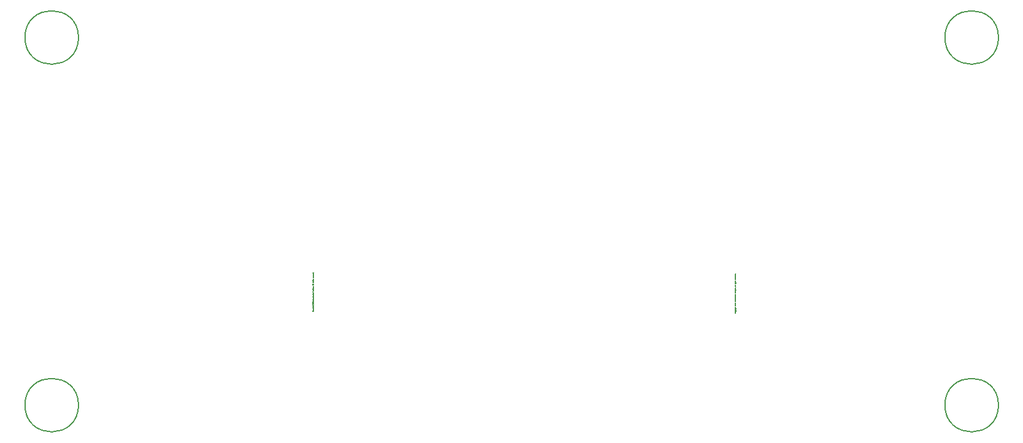
<source format=gbr>
%TF.GenerationSoftware,KiCad,Pcbnew,(6.0.7)*%
%TF.CreationDate,2022-08-24T09:34:22-04:00*%
%TF.ProjectId,PB_16,50425f31-362e-46b6-9963-61645f706362,v2.2*%
%TF.SameCoordinates,Original*%
%TF.FileFunction,Other,Comment*%
%FSLAX46Y46*%
G04 Gerber Fmt 4.6, Leading zero omitted, Abs format (unit mm)*
G04 Created by KiCad (PCBNEW (6.0.7)) date 2022-08-24 09:34:22*
%MOMM*%
%LPD*%
G01*
G04 APERTURE LIST*
%ADD10C,0.002000*%
%ADD11C,0.150000*%
G04 APERTURE END LIST*
D10*
%TO.C,U4*%
X-83905243Y25513467D02*
X-83899196Y25507420D01*
X-83893148Y25489277D01*
X-83893148Y25477181D01*
X-83899196Y25459039D01*
X-83911291Y25446943D01*
X-83923386Y25440896D01*
X-83947577Y25434848D01*
X-83965720Y25434848D01*
X-83989910Y25440896D01*
X-84002005Y25446943D01*
X-84014100Y25459039D01*
X-84020148Y25477181D01*
X-84020148Y25489277D01*
X-84014100Y25507420D01*
X-84008053Y25513467D01*
X-83893148Y25586039D02*
X-83899196Y25573943D01*
X-83905243Y25567896D01*
X-83917339Y25561848D01*
X-83953624Y25561848D01*
X-83965720Y25567896D01*
X-83971767Y25573943D01*
X-83977815Y25586039D01*
X-83977815Y25604181D01*
X-83971767Y25616277D01*
X-83965720Y25622324D01*
X-83953624Y25628372D01*
X-83917339Y25628372D01*
X-83905243Y25622324D01*
X-83899196Y25616277D01*
X-83893148Y25604181D01*
X-83893148Y25586039D01*
X-83977815Y25682800D02*
X-83850815Y25682800D01*
X-83971767Y25682800D02*
X-83977815Y25694896D01*
X-83977815Y25719086D01*
X-83971767Y25731181D01*
X-83965720Y25737229D01*
X-83953624Y25743277D01*
X-83917339Y25743277D01*
X-83905243Y25737229D01*
X-83899196Y25731181D01*
X-83893148Y25719086D01*
X-83893148Y25694896D01*
X-83899196Y25682800D01*
X-83977815Y25785610D02*
X-83893148Y25815848D01*
X-83977815Y25846086D02*
X-83893148Y25815848D01*
X-83862910Y25803753D01*
X-83856862Y25797705D01*
X-83850815Y25785610D01*
X-83893148Y25894467D02*
X-83977815Y25894467D01*
X-83953624Y25894467D02*
X-83965720Y25900515D01*
X-83971767Y25906562D01*
X-83977815Y25918658D01*
X-83977815Y25930753D01*
X-83893148Y25973086D02*
X-83977815Y25973086D01*
X-84020148Y25973086D02*
X-84014100Y25967039D01*
X-84008053Y25973086D01*
X-84014100Y25979134D01*
X-84020148Y25973086D01*
X-84008053Y25973086D01*
X-83977815Y26087991D02*
X-83875005Y26087991D01*
X-83862910Y26081943D01*
X-83856862Y26075896D01*
X-83850815Y26063800D01*
X-83850815Y26045658D01*
X-83856862Y26033562D01*
X-83899196Y26087991D02*
X-83893148Y26075896D01*
X-83893148Y26051705D01*
X-83899196Y26039610D01*
X-83905243Y26033562D01*
X-83917339Y26027515D01*
X-83953624Y26027515D01*
X-83965720Y26033562D01*
X-83971767Y26039610D01*
X-83977815Y26051705D01*
X-83977815Y26075896D01*
X-83971767Y26087991D01*
X-83893148Y26148467D02*
X-84020148Y26148467D01*
X-83893148Y26202896D02*
X-83959672Y26202896D01*
X-83971767Y26196848D01*
X-83977815Y26184753D01*
X-83977815Y26166610D01*
X-83971767Y26154515D01*
X-83965720Y26148467D01*
X-83977815Y26245229D02*
X-83977815Y26293610D01*
X-84020148Y26263372D02*
X-83911291Y26263372D01*
X-83899196Y26269420D01*
X-83893148Y26281515D01*
X-83893148Y26293610D01*
X-84008053Y26426658D02*
X-84014100Y26432705D01*
X-84020148Y26444800D01*
X-84020148Y26475039D01*
X-84014100Y26487134D01*
X-84008053Y26493181D01*
X-83995958Y26499229D01*
X-83983862Y26499229D01*
X-83965720Y26493181D01*
X-83893148Y26420610D01*
X-83893148Y26499229D01*
X-84020148Y26577848D02*
X-84020148Y26589943D01*
X-84014100Y26602039D01*
X-84008053Y26608086D01*
X-83995958Y26614134D01*
X-83971767Y26620181D01*
X-83941529Y26620181D01*
X-83917339Y26614134D01*
X-83905243Y26608086D01*
X-83899196Y26602039D01*
X-83893148Y26589943D01*
X-83893148Y26577848D01*
X-83899196Y26565753D01*
X-83905243Y26559705D01*
X-83917339Y26553658D01*
X-83941529Y26547610D01*
X-83971767Y26547610D01*
X-83995958Y26553658D01*
X-84008053Y26559705D01*
X-84014100Y26565753D01*
X-84020148Y26577848D01*
X-83893148Y26741134D02*
X-83893148Y26668562D01*
X-83893148Y26704848D02*
X-84020148Y26704848D01*
X-84002005Y26692753D01*
X-83989910Y26680658D01*
X-83983862Y26668562D01*
X-84020148Y26849991D02*
X-84020148Y26825800D01*
X-84014100Y26813705D01*
X-84008053Y26807658D01*
X-83989910Y26795562D01*
X-83965720Y26789515D01*
X-83917339Y26789515D01*
X-83905243Y26795562D01*
X-83899196Y26801610D01*
X-83893148Y26813705D01*
X-83893148Y26837896D01*
X-83899196Y26849991D01*
X-83905243Y26856039D01*
X-83917339Y26862086D01*
X-83947577Y26862086D01*
X-83959672Y26856039D01*
X-83965720Y26849991D01*
X-83971767Y26837896D01*
X-83971767Y26813705D01*
X-83965720Y26801610D01*
X-83959672Y26795562D01*
X-83947577Y26789515D01*
X-83929434Y27007229D02*
X-83929434Y27067705D01*
X-83893148Y26995134D02*
X-84020148Y27037467D01*
X-83893148Y27079800D01*
X-83899196Y27176562D02*
X-83893148Y27164467D01*
X-83893148Y27140277D01*
X-83899196Y27128181D01*
X-83905243Y27122134D01*
X-83917339Y27116086D01*
X-83953624Y27116086D01*
X-83965720Y27122134D01*
X-83971767Y27128181D01*
X-83977815Y27140277D01*
X-83977815Y27164467D01*
X-83971767Y27176562D01*
X-83899196Y27285420D02*
X-83893148Y27273324D01*
X-83893148Y27249134D01*
X-83899196Y27237039D01*
X-83905243Y27230991D01*
X-83917339Y27224943D01*
X-83953624Y27224943D01*
X-83965720Y27230991D01*
X-83971767Y27237039D01*
X-83977815Y27249134D01*
X-83977815Y27273324D01*
X-83971767Y27285420D01*
X-83899196Y27388229D02*
X-83893148Y27376134D01*
X-83893148Y27351943D01*
X-83899196Y27339848D01*
X-83911291Y27333800D01*
X-83959672Y27333800D01*
X-83971767Y27339848D01*
X-83977815Y27351943D01*
X-83977815Y27376134D01*
X-83971767Y27388229D01*
X-83959672Y27394277D01*
X-83947577Y27394277D01*
X-83935481Y27333800D01*
X-83893148Y27466848D02*
X-83899196Y27454753D01*
X-83911291Y27448705D01*
X-84020148Y27448705D01*
X-83899196Y27563610D02*
X-83893148Y27551515D01*
X-83893148Y27527324D01*
X-83899196Y27515229D01*
X-83911291Y27509181D01*
X-83959672Y27509181D01*
X-83971767Y27515229D01*
X-83977815Y27527324D01*
X-83977815Y27551515D01*
X-83971767Y27563610D01*
X-83959672Y27569658D01*
X-83947577Y27569658D01*
X-83935481Y27509181D01*
X-83893148Y27624086D02*
X-83977815Y27624086D01*
X-83953624Y27624086D02*
X-83965720Y27630134D01*
X-83971767Y27636181D01*
X-83977815Y27648277D01*
X-83977815Y27660372D01*
X-83893148Y27757134D02*
X-83959672Y27757134D01*
X-83971767Y27751086D01*
X-83977815Y27738991D01*
X-83977815Y27714800D01*
X-83971767Y27702705D01*
X-83899196Y27757134D02*
X-83893148Y27745039D01*
X-83893148Y27714800D01*
X-83899196Y27702705D01*
X-83911291Y27696658D01*
X-83923386Y27696658D01*
X-83935481Y27702705D01*
X-83941529Y27714800D01*
X-83941529Y27745039D01*
X-83947577Y27757134D01*
X-83977815Y27799467D02*
X-83977815Y27847848D01*
X-84020148Y27817610D02*
X-83911291Y27817610D01*
X-83899196Y27823658D01*
X-83893148Y27835753D01*
X-83893148Y27847848D01*
X-83899196Y27938562D02*
X-83893148Y27926467D01*
X-83893148Y27902277D01*
X-83899196Y27890181D01*
X-83911291Y27884134D01*
X-83959672Y27884134D01*
X-83971767Y27890181D01*
X-83977815Y27902277D01*
X-83977815Y27926467D01*
X-83971767Y27938562D01*
X-83959672Y27944610D01*
X-83947577Y27944610D01*
X-83935481Y27884134D01*
X-83893148Y28053467D02*
X-84020148Y28053467D01*
X-83899196Y28053467D02*
X-83893148Y28041372D01*
X-83893148Y28017181D01*
X-83899196Y28005086D01*
X-83905243Y27999039D01*
X-83917339Y27992991D01*
X-83953624Y27992991D01*
X-83965720Y27999039D01*
X-83971767Y28005086D01*
X-83977815Y28017181D01*
X-83977815Y28041372D01*
X-83971767Y28053467D01*
X-83893148Y28210705D02*
X-84020148Y28210705D01*
X-84020148Y28240943D01*
X-84014100Y28259086D01*
X-84002005Y28271181D01*
X-83989910Y28277229D01*
X-83965720Y28283277D01*
X-83947577Y28283277D01*
X-83923386Y28277229D01*
X-83911291Y28271181D01*
X-83899196Y28259086D01*
X-83893148Y28240943D01*
X-83893148Y28210705D01*
X-83899196Y28386086D02*
X-83893148Y28373991D01*
X-83893148Y28349800D01*
X-83899196Y28337705D01*
X-83911291Y28331658D01*
X-83959672Y28331658D01*
X-83971767Y28337705D01*
X-83977815Y28349800D01*
X-83977815Y28373991D01*
X-83971767Y28386086D01*
X-83959672Y28392134D01*
X-83947577Y28392134D01*
X-83935481Y28331658D01*
X-83899196Y28440515D02*
X-83893148Y28452610D01*
X-83893148Y28476800D01*
X-83899196Y28488896D01*
X-83911291Y28494943D01*
X-83917339Y28494943D01*
X-83929434Y28488896D01*
X-83935481Y28476800D01*
X-83935481Y28458658D01*
X-83941529Y28446562D01*
X-83953624Y28440515D01*
X-83959672Y28440515D01*
X-83971767Y28446562D01*
X-83977815Y28458658D01*
X-83977815Y28476800D01*
X-83971767Y28488896D01*
X-83893148Y28549372D02*
X-83977815Y28549372D01*
X-84020148Y28549372D02*
X-84014100Y28543324D01*
X-84008053Y28549372D01*
X-84014100Y28555420D01*
X-84020148Y28549372D01*
X-84008053Y28549372D01*
X-83977815Y28664277D02*
X-83875005Y28664277D01*
X-83862910Y28658229D01*
X-83856862Y28652181D01*
X-83850815Y28640086D01*
X-83850815Y28621943D01*
X-83856862Y28609848D01*
X-83899196Y28664277D02*
X-83893148Y28652181D01*
X-83893148Y28627991D01*
X-83899196Y28615896D01*
X-83905243Y28609848D01*
X-83917339Y28603800D01*
X-83953624Y28603800D01*
X-83965720Y28609848D01*
X-83971767Y28615896D01*
X-83977815Y28627991D01*
X-83977815Y28652181D01*
X-83971767Y28664277D01*
X-83977815Y28724753D02*
X-83893148Y28724753D01*
X-83965720Y28724753D02*
X-83971767Y28730800D01*
X-83977815Y28742896D01*
X-83977815Y28761039D01*
X-83971767Y28773134D01*
X-83959672Y28779181D01*
X-83893148Y28779181D01*
X-83899196Y28833610D02*
X-83893148Y28845705D01*
X-83893148Y28869896D01*
X-83899196Y28881991D01*
X-83911291Y28888039D01*
X-83917339Y28888039D01*
X-83929434Y28881991D01*
X-83935481Y28869896D01*
X-83935481Y28851753D01*
X-83941529Y28839658D01*
X-83953624Y28833610D01*
X-83959672Y28833610D01*
X-83971767Y28839658D01*
X-83977815Y28851753D01*
X-83977815Y28869896D01*
X-83971767Y28881991D01*
X-83905243Y28942467D02*
X-83899196Y28948515D01*
X-83893148Y28942467D01*
X-83899196Y28936420D01*
X-83905243Y28942467D01*
X-83893148Y28942467D01*
X-83929434Y29093658D02*
X-83929434Y29154134D01*
X-83893148Y29081562D02*
X-84020148Y29123896D01*
X-83893148Y29166229D01*
X-83893148Y29226705D02*
X-83899196Y29214610D01*
X-83911291Y29208562D01*
X-84020148Y29208562D01*
X-83893148Y29293229D02*
X-83899196Y29281134D01*
X-83911291Y29275086D01*
X-84020148Y29275086D01*
X-83893148Y29438372D02*
X-83977815Y29438372D01*
X-83953624Y29438372D02*
X-83965720Y29444420D01*
X-83971767Y29450467D01*
X-83977815Y29462562D01*
X-83977815Y29474658D01*
X-83893148Y29516991D02*
X-83977815Y29516991D01*
X-84020148Y29516991D02*
X-84014100Y29510943D01*
X-84008053Y29516991D01*
X-84014100Y29523039D01*
X-84020148Y29516991D01*
X-84008053Y29516991D01*
X-83977815Y29631896D02*
X-83875005Y29631896D01*
X-83862910Y29625848D01*
X-83856862Y29619800D01*
X-83850815Y29607705D01*
X-83850815Y29589562D01*
X-83856862Y29577467D01*
X-83899196Y29631896D02*
X-83893148Y29619800D01*
X-83893148Y29595610D01*
X-83899196Y29583515D01*
X-83905243Y29577467D01*
X-83917339Y29571420D01*
X-83953624Y29571420D01*
X-83965720Y29577467D01*
X-83971767Y29583515D01*
X-83977815Y29595610D01*
X-83977815Y29619800D01*
X-83971767Y29631896D01*
X-83893148Y29692372D02*
X-84020148Y29692372D01*
X-83893148Y29746800D02*
X-83959672Y29746800D01*
X-83971767Y29740753D01*
X-83977815Y29728658D01*
X-83977815Y29710515D01*
X-83971767Y29698420D01*
X-83965720Y29692372D01*
X-83977815Y29789134D02*
X-83977815Y29837515D01*
X-84020148Y29807277D02*
X-83911291Y29807277D01*
X-83899196Y29813324D01*
X-83893148Y29825420D01*
X-83893148Y29837515D01*
X-83899196Y29873800D02*
X-83893148Y29885896D01*
X-83893148Y29910086D01*
X-83899196Y29922181D01*
X-83911291Y29928229D01*
X-83917339Y29928229D01*
X-83929434Y29922181D01*
X-83935481Y29910086D01*
X-83935481Y29891943D01*
X-83941529Y29879848D01*
X-83953624Y29873800D01*
X-83959672Y29873800D01*
X-83971767Y29879848D01*
X-83977815Y29891943D01*
X-83977815Y29910086D01*
X-83971767Y29922181D01*
X-83893148Y30079420D02*
X-83977815Y30079420D01*
X-83953624Y30079420D02*
X-83965720Y30085467D01*
X-83971767Y30091515D01*
X-83977815Y30103610D01*
X-83977815Y30115705D01*
X-83899196Y30206420D02*
X-83893148Y30194324D01*
X-83893148Y30170134D01*
X-83899196Y30158039D01*
X-83911291Y30151991D01*
X-83959672Y30151991D01*
X-83971767Y30158039D01*
X-83977815Y30170134D01*
X-83977815Y30194324D01*
X-83971767Y30206420D01*
X-83959672Y30212467D01*
X-83947577Y30212467D01*
X-83935481Y30151991D01*
X-83899196Y30260848D02*
X-83893148Y30272943D01*
X-83893148Y30297134D01*
X-83899196Y30309229D01*
X-83911291Y30315277D01*
X-83917339Y30315277D01*
X-83929434Y30309229D01*
X-83935481Y30297134D01*
X-83935481Y30278991D01*
X-83941529Y30266896D01*
X-83953624Y30260848D01*
X-83959672Y30260848D01*
X-83971767Y30266896D01*
X-83977815Y30278991D01*
X-83977815Y30297134D01*
X-83971767Y30309229D01*
X-83899196Y30418086D02*
X-83893148Y30405991D01*
X-83893148Y30381800D01*
X-83899196Y30369705D01*
X-83911291Y30363658D01*
X-83959672Y30363658D01*
X-83971767Y30369705D01*
X-83977815Y30381800D01*
X-83977815Y30405991D01*
X-83971767Y30418086D01*
X-83959672Y30424134D01*
X-83947577Y30424134D01*
X-83935481Y30363658D01*
X-83893148Y30478562D02*
X-83977815Y30478562D01*
X-83953624Y30478562D02*
X-83965720Y30484610D01*
X-83971767Y30490658D01*
X-83977815Y30502753D01*
X-83977815Y30514848D01*
X-83977815Y30545086D02*
X-83893148Y30575324D01*
X-83977815Y30605562D01*
X-83899196Y30702324D02*
X-83893148Y30690229D01*
X-83893148Y30666039D01*
X-83899196Y30653943D01*
X-83911291Y30647896D01*
X-83959672Y30647896D01*
X-83971767Y30653943D01*
X-83977815Y30666039D01*
X-83977815Y30690229D01*
X-83971767Y30702324D01*
X-83959672Y30708372D01*
X-83947577Y30708372D01*
X-83935481Y30647896D01*
X-83893148Y30817229D02*
X-84020148Y30817229D01*
X-83899196Y30817229D02*
X-83893148Y30805134D01*
X-83893148Y30780943D01*
X-83899196Y30768848D01*
X-83905243Y30762800D01*
X-83917339Y30756753D01*
X-83953624Y30756753D01*
X-83965720Y30762800D01*
X-83971767Y30768848D01*
X-83977815Y30780943D01*
X-83977815Y30805134D01*
X-83971767Y30817229D01*
X-83905243Y30877705D02*
X-83899196Y30883753D01*
X-83893148Y30877705D01*
X-83899196Y30871658D01*
X-83905243Y30877705D01*
X-83893148Y30877705D01*
%TO.C,U5*%
X-25602083Y25305187D02*
X-25596036Y25299140D01*
X-25589988Y25280997D01*
X-25589988Y25268901D01*
X-25596036Y25250759D01*
X-25608131Y25238663D01*
X-25620226Y25232616D01*
X-25644417Y25226568D01*
X-25662560Y25226568D01*
X-25686750Y25232616D01*
X-25698845Y25238663D01*
X-25710940Y25250759D01*
X-25716988Y25268901D01*
X-25716988Y25280997D01*
X-25710940Y25299140D01*
X-25704893Y25305187D01*
X-25589988Y25377759D02*
X-25596036Y25365663D01*
X-25602083Y25359616D01*
X-25614179Y25353568D01*
X-25650464Y25353568D01*
X-25662560Y25359616D01*
X-25668607Y25365663D01*
X-25674655Y25377759D01*
X-25674655Y25395901D01*
X-25668607Y25407997D01*
X-25662560Y25414044D01*
X-25650464Y25420092D01*
X-25614179Y25420092D01*
X-25602083Y25414044D01*
X-25596036Y25407997D01*
X-25589988Y25395901D01*
X-25589988Y25377759D01*
X-25674655Y25474520D02*
X-25547655Y25474520D01*
X-25668607Y25474520D02*
X-25674655Y25486616D01*
X-25674655Y25510806D01*
X-25668607Y25522901D01*
X-25662560Y25528949D01*
X-25650464Y25534997D01*
X-25614179Y25534997D01*
X-25602083Y25528949D01*
X-25596036Y25522901D01*
X-25589988Y25510806D01*
X-25589988Y25486616D01*
X-25596036Y25474520D01*
X-25674655Y25577330D02*
X-25589988Y25607568D01*
X-25674655Y25637806D02*
X-25589988Y25607568D01*
X-25559750Y25595473D01*
X-25553702Y25589425D01*
X-25547655Y25577330D01*
X-25589988Y25686187D02*
X-25674655Y25686187D01*
X-25650464Y25686187D02*
X-25662560Y25692235D01*
X-25668607Y25698282D01*
X-25674655Y25710378D01*
X-25674655Y25722473D01*
X-25589988Y25764806D02*
X-25674655Y25764806D01*
X-25716988Y25764806D02*
X-25710940Y25758759D01*
X-25704893Y25764806D01*
X-25710940Y25770854D01*
X-25716988Y25764806D01*
X-25704893Y25764806D01*
X-25674655Y25879711D02*
X-25571845Y25879711D01*
X-25559750Y25873663D01*
X-25553702Y25867616D01*
X-25547655Y25855520D01*
X-25547655Y25837378D01*
X-25553702Y25825282D01*
X-25596036Y25879711D02*
X-25589988Y25867616D01*
X-25589988Y25843425D01*
X-25596036Y25831330D01*
X-25602083Y25825282D01*
X-25614179Y25819235D01*
X-25650464Y25819235D01*
X-25662560Y25825282D01*
X-25668607Y25831330D01*
X-25674655Y25843425D01*
X-25674655Y25867616D01*
X-25668607Y25879711D01*
X-25589988Y25940187D02*
X-25716988Y25940187D01*
X-25589988Y25994616D02*
X-25656512Y25994616D01*
X-25668607Y25988568D01*
X-25674655Y25976473D01*
X-25674655Y25958330D01*
X-25668607Y25946235D01*
X-25662560Y25940187D01*
X-25674655Y26036949D02*
X-25674655Y26085330D01*
X-25716988Y26055092D02*
X-25608131Y26055092D01*
X-25596036Y26061140D01*
X-25589988Y26073235D01*
X-25589988Y26085330D01*
X-25704893Y26218378D02*
X-25710940Y26224425D01*
X-25716988Y26236520D01*
X-25716988Y26266759D01*
X-25710940Y26278854D01*
X-25704893Y26284901D01*
X-25692798Y26290949D01*
X-25680702Y26290949D01*
X-25662560Y26284901D01*
X-25589988Y26212330D01*
X-25589988Y26290949D01*
X-25716988Y26369568D02*
X-25716988Y26381663D01*
X-25710940Y26393759D01*
X-25704893Y26399806D01*
X-25692798Y26405854D01*
X-25668607Y26411901D01*
X-25638369Y26411901D01*
X-25614179Y26405854D01*
X-25602083Y26399806D01*
X-25596036Y26393759D01*
X-25589988Y26381663D01*
X-25589988Y26369568D01*
X-25596036Y26357473D01*
X-25602083Y26351425D01*
X-25614179Y26345378D01*
X-25638369Y26339330D01*
X-25668607Y26339330D01*
X-25692798Y26345378D01*
X-25704893Y26351425D01*
X-25710940Y26357473D01*
X-25716988Y26369568D01*
X-25589988Y26532854D02*
X-25589988Y26460282D01*
X-25589988Y26496568D02*
X-25716988Y26496568D01*
X-25698845Y26484473D01*
X-25686750Y26472378D01*
X-25680702Y26460282D01*
X-25716988Y26641711D02*
X-25716988Y26617520D01*
X-25710940Y26605425D01*
X-25704893Y26599378D01*
X-25686750Y26587282D01*
X-25662560Y26581235D01*
X-25614179Y26581235D01*
X-25602083Y26587282D01*
X-25596036Y26593330D01*
X-25589988Y26605425D01*
X-25589988Y26629616D01*
X-25596036Y26641711D01*
X-25602083Y26647759D01*
X-25614179Y26653806D01*
X-25644417Y26653806D01*
X-25656512Y26647759D01*
X-25662560Y26641711D01*
X-25668607Y26629616D01*
X-25668607Y26605425D01*
X-25662560Y26593330D01*
X-25656512Y26587282D01*
X-25644417Y26581235D01*
X-25626274Y26798949D02*
X-25626274Y26859425D01*
X-25589988Y26786854D02*
X-25716988Y26829187D01*
X-25589988Y26871520D01*
X-25596036Y26968282D02*
X-25589988Y26956187D01*
X-25589988Y26931997D01*
X-25596036Y26919901D01*
X-25602083Y26913854D01*
X-25614179Y26907806D01*
X-25650464Y26907806D01*
X-25662560Y26913854D01*
X-25668607Y26919901D01*
X-25674655Y26931997D01*
X-25674655Y26956187D01*
X-25668607Y26968282D01*
X-25596036Y27077140D02*
X-25589988Y27065044D01*
X-25589988Y27040854D01*
X-25596036Y27028759D01*
X-25602083Y27022711D01*
X-25614179Y27016663D01*
X-25650464Y27016663D01*
X-25662560Y27022711D01*
X-25668607Y27028759D01*
X-25674655Y27040854D01*
X-25674655Y27065044D01*
X-25668607Y27077140D01*
X-25596036Y27179949D02*
X-25589988Y27167854D01*
X-25589988Y27143663D01*
X-25596036Y27131568D01*
X-25608131Y27125520D01*
X-25656512Y27125520D01*
X-25668607Y27131568D01*
X-25674655Y27143663D01*
X-25674655Y27167854D01*
X-25668607Y27179949D01*
X-25656512Y27185997D01*
X-25644417Y27185997D01*
X-25632321Y27125520D01*
X-25589988Y27258568D02*
X-25596036Y27246473D01*
X-25608131Y27240425D01*
X-25716988Y27240425D01*
X-25596036Y27355330D02*
X-25589988Y27343235D01*
X-25589988Y27319044D01*
X-25596036Y27306949D01*
X-25608131Y27300901D01*
X-25656512Y27300901D01*
X-25668607Y27306949D01*
X-25674655Y27319044D01*
X-25674655Y27343235D01*
X-25668607Y27355330D01*
X-25656512Y27361378D01*
X-25644417Y27361378D01*
X-25632321Y27300901D01*
X-25589988Y27415806D02*
X-25674655Y27415806D01*
X-25650464Y27415806D02*
X-25662560Y27421854D01*
X-25668607Y27427901D01*
X-25674655Y27439997D01*
X-25674655Y27452092D01*
X-25589988Y27548854D02*
X-25656512Y27548854D01*
X-25668607Y27542806D01*
X-25674655Y27530711D01*
X-25674655Y27506520D01*
X-25668607Y27494425D01*
X-25596036Y27548854D02*
X-25589988Y27536759D01*
X-25589988Y27506520D01*
X-25596036Y27494425D01*
X-25608131Y27488378D01*
X-25620226Y27488378D01*
X-25632321Y27494425D01*
X-25638369Y27506520D01*
X-25638369Y27536759D01*
X-25644417Y27548854D01*
X-25674655Y27591187D02*
X-25674655Y27639568D01*
X-25716988Y27609330D02*
X-25608131Y27609330D01*
X-25596036Y27615378D01*
X-25589988Y27627473D01*
X-25589988Y27639568D01*
X-25596036Y27730282D02*
X-25589988Y27718187D01*
X-25589988Y27693997D01*
X-25596036Y27681901D01*
X-25608131Y27675854D01*
X-25656512Y27675854D01*
X-25668607Y27681901D01*
X-25674655Y27693997D01*
X-25674655Y27718187D01*
X-25668607Y27730282D01*
X-25656512Y27736330D01*
X-25644417Y27736330D01*
X-25632321Y27675854D01*
X-25589988Y27845187D02*
X-25716988Y27845187D01*
X-25596036Y27845187D02*
X-25589988Y27833092D01*
X-25589988Y27808901D01*
X-25596036Y27796806D01*
X-25602083Y27790759D01*
X-25614179Y27784711D01*
X-25650464Y27784711D01*
X-25662560Y27790759D01*
X-25668607Y27796806D01*
X-25674655Y27808901D01*
X-25674655Y27833092D01*
X-25668607Y27845187D01*
X-25589988Y28002425D02*
X-25716988Y28002425D01*
X-25716988Y28032663D01*
X-25710940Y28050806D01*
X-25698845Y28062901D01*
X-25686750Y28068949D01*
X-25662560Y28074997D01*
X-25644417Y28074997D01*
X-25620226Y28068949D01*
X-25608131Y28062901D01*
X-25596036Y28050806D01*
X-25589988Y28032663D01*
X-25589988Y28002425D01*
X-25596036Y28177806D02*
X-25589988Y28165711D01*
X-25589988Y28141520D01*
X-25596036Y28129425D01*
X-25608131Y28123378D01*
X-25656512Y28123378D01*
X-25668607Y28129425D01*
X-25674655Y28141520D01*
X-25674655Y28165711D01*
X-25668607Y28177806D01*
X-25656512Y28183854D01*
X-25644417Y28183854D01*
X-25632321Y28123378D01*
X-25596036Y28232235D02*
X-25589988Y28244330D01*
X-25589988Y28268520D01*
X-25596036Y28280616D01*
X-25608131Y28286663D01*
X-25614179Y28286663D01*
X-25626274Y28280616D01*
X-25632321Y28268520D01*
X-25632321Y28250378D01*
X-25638369Y28238282D01*
X-25650464Y28232235D01*
X-25656512Y28232235D01*
X-25668607Y28238282D01*
X-25674655Y28250378D01*
X-25674655Y28268520D01*
X-25668607Y28280616D01*
X-25589988Y28341092D02*
X-25674655Y28341092D01*
X-25716988Y28341092D02*
X-25710940Y28335044D01*
X-25704893Y28341092D01*
X-25710940Y28347140D01*
X-25716988Y28341092D01*
X-25704893Y28341092D01*
X-25674655Y28455997D02*
X-25571845Y28455997D01*
X-25559750Y28449949D01*
X-25553702Y28443901D01*
X-25547655Y28431806D01*
X-25547655Y28413663D01*
X-25553702Y28401568D01*
X-25596036Y28455997D02*
X-25589988Y28443901D01*
X-25589988Y28419711D01*
X-25596036Y28407616D01*
X-25602083Y28401568D01*
X-25614179Y28395520D01*
X-25650464Y28395520D01*
X-25662560Y28401568D01*
X-25668607Y28407616D01*
X-25674655Y28419711D01*
X-25674655Y28443901D01*
X-25668607Y28455997D01*
X-25674655Y28516473D02*
X-25589988Y28516473D01*
X-25662560Y28516473D02*
X-25668607Y28522520D01*
X-25674655Y28534616D01*
X-25674655Y28552759D01*
X-25668607Y28564854D01*
X-25656512Y28570901D01*
X-25589988Y28570901D01*
X-25596036Y28625330D02*
X-25589988Y28637425D01*
X-25589988Y28661616D01*
X-25596036Y28673711D01*
X-25608131Y28679759D01*
X-25614179Y28679759D01*
X-25626274Y28673711D01*
X-25632321Y28661616D01*
X-25632321Y28643473D01*
X-25638369Y28631378D01*
X-25650464Y28625330D01*
X-25656512Y28625330D01*
X-25668607Y28631378D01*
X-25674655Y28643473D01*
X-25674655Y28661616D01*
X-25668607Y28673711D01*
X-25602083Y28734187D02*
X-25596036Y28740235D01*
X-25589988Y28734187D01*
X-25596036Y28728140D01*
X-25602083Y28734187D01*
X-25589988Y28734187D01*
X-25626274Y28885378D02*
X-25626274Y28945854D01*
X-25589988Y28873282D02*
X-25716988Y28915616D01*
X-25589988Y28957949D01*
X-25589988Y29018425D02*
X-25596036Y29006330D01*
X-25608131Y29000282D01*
X-25716988Y29000282D01*
X-25589988Y29084949D02*
X-25596036Y29072854D01*
X-25608131Y29066806D01*
X-25716988Y29066806D01*
X-25589988Y29230092D02*
X-25674655Y29230092D01*
X-25650464Y29230092D02*
X-25662560Y29236140D01*
X-25668607Y29242187D01*
X-25674655Y29254282D01*
X-25674655Y29266378D01*
X-25589988Y29308711D02*
X-25674655Y29308711D01*
X-25716988Y29308711D02*
X-25710940Y29302663D01*
X-25704893Y29308711D01*
X-25710940Y29314759D01*
X-25716988Y29308711D01*
X-25704893Y29308711D01*
X-25674655Y29423616D02*
X-25571845Y29423616D01*
X-25559750Y29417568D01*
X-25553702Y29411520D01*
X-25547655Y29399425D01*
X-25547655Y29381282D01*
X-25553702Y29369187D01*
X-25596036Y29423616D02*
X-25589988Y29411520D01*
X-25589988Y29387330D01*
X-25596036Y29375235D01*
X-25602083Y29369187D01*
X-25614179Y29363140D01*
X-25650464Y29363140D01*
X-25662560Y29369187D01*
X-25668607Y29375235D01*
X-25674655Y29387330D01*
X-25674655Y29411520D01*
X-25668607Y29423616D01*
X-25589988Y29484092D02*
X-25716988Y29484092D01*
X-25589988Y29538520D02*
X-25656512Y29538520D01*
X-25668607Y29532473D01*
X-25674655Y29520378D01*
X-25674655Y29502235D01*
X-25668607Y29490140D01*
X-25662560Y29484092D01*
X-25674655Y29580854D02*
X-25674655Y29629235D01*
X-25716988Y29598997D02*
X-25608131Y29598997D01*
X-25596036Y29605044D01*
X-25589988Y29617140D01*
X-25589988Y29629235D01*
X-25596036Y29665520D02*
X-25589988Y29677616D01*
X-25589988Y29701806D01*
X-25596036Y29713901D01*
X-25608131Y29719949D01*
X-25614179Y29719949D01*
X-25626274Y29713901D01*
X-25632321Y29701806D01*
X-25632321Y29683663D01*
X-25638369Y29671568D01*
X-25650464Y29665520D01*
X-25656512Y29665520D01*
X-25668607Y29671568D01*
X-25674655Y29683663D01*
X-25674655Y29701806D01*
X-25668607Y29713901D01*
X-25589988Y29871140D02*
X-25674655Y29871140D01*
X-25650464Y29871140D02*
X-25662560Y29877187D01*
X-25668607Y29883235D01*
X-25674655Y29895330D01*
X-25674655Y29907425D01*
X-25596036Y29998140D02*
X-25589988Y29986044D01*
X-25589988Y29961854D01*
X-25596036Y29949759D01*
X-25608131Y29943711D01*
X-25656512Y29943711D01*
X-25668607Y29949759D01*
X-25674655Y29961854D01*
X-25674655Y29986044D01*
X-25668607Y29998140D01*
X-25656512Y30004187D01*
X-25644417Y30004187D01*
X-25632321Y29943711D01*
X-25596036Y30052568D02*
X-25589988Y30064663D01*
X-25589988Y30088854D01*
X-25596036Y30100949D01*
X-25608131Y30106997D01*
X-25614179Y30106997D01*
X-25626274Y30100949D01*
X-25632321Y30088854D01*
X-25632321Y30070711D01*
X-25638369Y30058616D01*
X-25650464Y30052568D01*
X-25656512Y30052568D01*
X-25668607Y30058616D01*
X-25674655Y30070711D01*
X-25674655Y30088854D01*
X-25668607Y30100949D01*
X-25596036Y30209806D02*
X-25589988Y30197711D01*
X-25589988Y30173520D01*
X-25596036Y30161425D01*
X-25608131Y30155378D01*
X-25656512Y30155378D01*
X-25668607Y30161425D01*
X-25674655Y30173520D01*
X-25674655Y30197711D01*
X-25668607Y30209806D01*
X-25656512Y30215854D01*
X-25644417Y30215854D01*
X-25632321Y30155378D01*
X-25589988Y30270282D02*
X-25674655Y30270282D01*
X-25650464Y30270282D02*
X-25662560Y30276330D01*
X-25668607Y30282378D01*
X-25674655Y30294473D01*
X-25674655Y30306568D01*
X-25674655Y30336806D02*
X-25589988Y30367044D01*
X-25674655Y30397282D01*
X-25596036Y30494044D02*
X-25589988Y30481949D01*
X-25589988Y30457759D01*
X-25596036Y30445663D01*
X-25608131Y30439616D01*
X-25656512Y30439616D01*
X-25668607Y30445663D01*
X-25674655Y30457759D01*
X-25674655Y30481949D01*
X-25668607Y30494044D01*
X-25656512Y30500092D01*
X-25644417Y30500092D01*
X-25632321Y30439616D01*
X-25589988Y30608949D02*
X-25716988Y30608949D01*
X-25596036Y30608949D02*
X-25589988Y30596854D01*
X-25589988Y30572663D01*
X-25596036Y30560568D01*
X-25602083Y30554520D01*
X-25614179Y30548473D01*
X-25650464Y30548473D01*
X-25662560Y30554520D01*
X-25668607Y30560568D01*
X-25674655Y30572663D01*
X-25674655Y30596854D01*
X-25668607Y30608949D01*
X-25602083Y30669425D02*
X-25596036Y30675473D01*
X-25589988Y30669425D01*
X-25596036Y30663378D01*
X-25602083Y30669425D01*
X-25589988Y30669425D01*
D11*
%TO.C,REF\u002A\u002A*%
X10710400Y12484900D02*
G75*
G03*
X10710400Y12484900I-3700000J0D01*
G01*
X-116289600Y63284900D02*
G75*
G03*
X-116289600Y63284900I-3700000J0D01*
G01*
X10710400Y63284900D02*
G75*
G03*
X10710400Y63284900I-3700000J0D01*
G01*
X-116289600Y12484900D02*
G75*
G03*
X-116289600Y12484900I-3700000J0D01*
G01*
%TD*%
M02*

</source>
